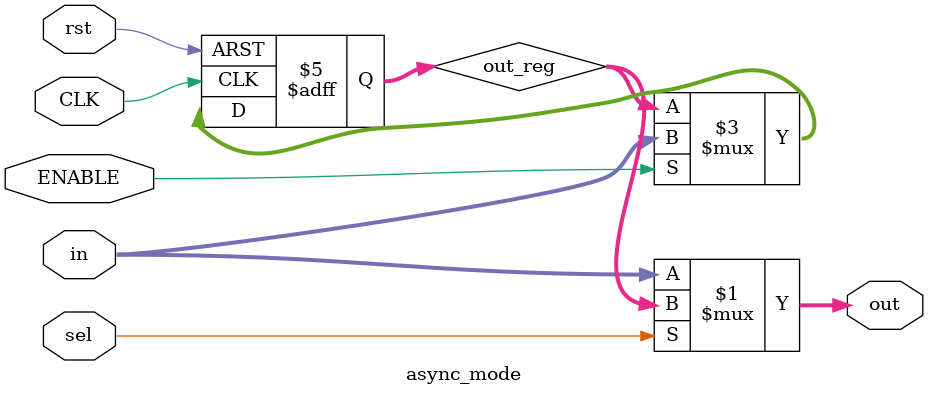
<source format=v>
module reg_MUX(in,sel,out,CLK,rst,ENABLE);
parameter N=18;
parameter RSTTYPE="SYNC";
input [N-1:0] in;
input sel,rst,CLK,ENABLE;
output [N-1:0] out;
 generate 
    if (RSTTYPE=="SYNC") sync_mode #(.N(N))  sync(in,sel,out,CLK,rst,ENABLE);
    else async_mode #(.N(N)) async (in,sel,out,CLK,rst,ENABLE);
 endgenerate
endmodule 
module sync_mode(in,sel,out,CLK,rst,ENABLE);
parameter N=18;
input [N-1:0] in;
input sel,CLK,rst,ENABLE;
output [N-1:0] out;
reg [N-1:0] out_reg;
assign out =(sel) ? out_reg:in;
always@(posedge CLK) begin
    if(rst) out_reg<=0;
    else if (ENABLE) begin
        out_reg<=in;
    end
end
endmodule
module async_mode(in,sel,out,CLK,rst,ENABLE);
parameter N=18;
input [N-1:0] in;
input sel,CLK,rst,ENABLE;
output [N-1:0] out;
reg [N-1:0] out_reg;
assign out =(sel) ? out_reg:in;
always@(posedge CLK or posedge rst) begin
    if(rst) out_reg<=0;
    else if (ENABLE) begin
        out_reg<=in;
    end
end
endmodule





    

</source>
